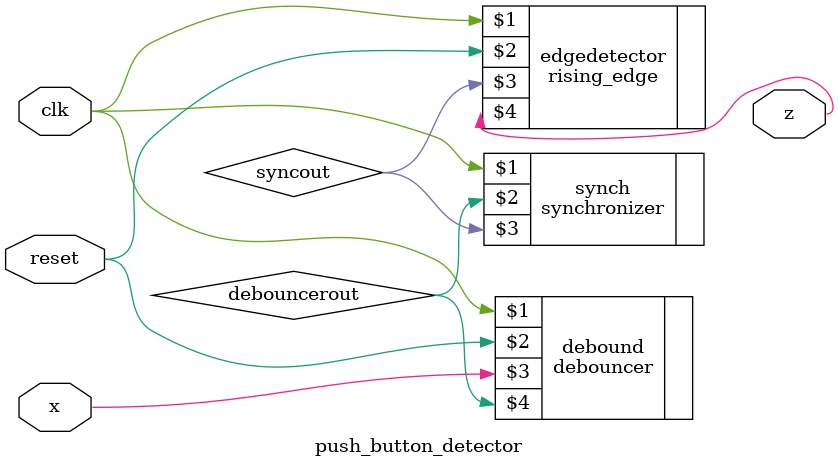
<source format=v>
`timescale 1ns / 1ps

module push_button_detector(input clk, x, reset, output z);
    
    wire debouncerout;
    wire syncout;
    
    debouncer debound(clk, reset, x, debouncerout);
    
    synchronizer synch(clk, debouncerout, syncout);
    
    rising_edge edgedetector(clk, reset, syncout, z);
    
    
    
endmodule


</source>
